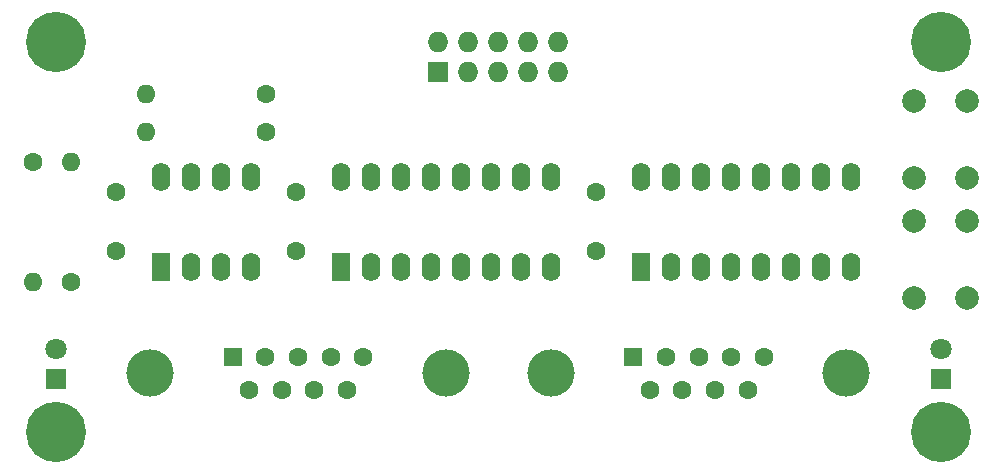
<source format=gbs>
%TF.GenerationSoftware,KiCad,Pcbnew,(5.1.8)-1*%
%TF.CreationDate,2021-02-13T02:57:26+01:00*%
%TF.ProjectId,Amiga Mouse Switch,416d6967-6120-44d6-9f75-736520537769,rev?*%
%TF.SameCoordinates,Original*%
%TF.FileFunction,Soldermask,Bot*%
%TF.FilePolarity,Negative*%
%FSLAX46Y46*%
G04 Gerber Fmt 4.6, Leading zero omitted, Abs format (unit mm)*
G04 Created by KiCad (PCBNEW (5.1.8)-1) date 2021-02-13 02:57:26*
%MOMM*%
%LPD*%
G01*
G04 APERTURE LIST*
%ADD10C,1.600000*%
%ADD11R,1.727200X1.727200*%
%ADD12O,1.727200X1.727200*%
%ADD13C,5.100000*%
%ADD14C,1.800000*%
%ADD15R,1.800000X1.800000*%
%ADD16C,4.000000*%
%ADD17R,1.600000X1.600000*%
%ADD18O,1.600000X1.600000*%
%ADD19O,1.600000X2.400000*%
%ADD20R,1.600000X2.400000*%
%ADD21C,2.000000*%
G04 APERTURE END LIST*
D10*
%TO.C,C3*%
X107315000Y-88265000D03*
X107315000Y-93265000D03*
%TD*%
D11*
%TO.C,J3*%
X134620000Y-78105000D03*
D12*
X137160000Y-78105000D03*
X139700000Y-78105000D03*
X142240000Y-78105000D03*
X144780000Y-78105000D03*
X134620000Y-75565000D03*
X137160000Y-75565000D03*
X139700000Y-75565000D03*
X142240000Y-75565000D03*
X144780000Y-75565000D03*
%TD*%
D13*
%TO.C,M1*%
X102235000Y-108585000D03*
%TD*%
%TO.C,M2*%
X177165000Y-75565000D03*
%TD*%
%TO.C,M3*%
X102235000Y-75565000D03*
%TD*%
%TO.C,M4*%
X177165000Y-108585000D03*
%TD*%
D10*
%TO.C,C1*%
X147955000Y-88265000D03*
X147955000Y-93265000D03*
%TD*%
%TO.C,C2*%
X122555000Y-93265000D03*
X122555000Y-88265000D03*
%TD*%
D14*
%TO.C,D1*%
X177165000Y-101600000D03*
D15*
X177165000Y-104140000D03*
%TD*%
%TO.C,D2*%
X102235000Y-104140000D03*
D14*
X102235000Y-101600000D03*
%TD*%
D16*
%TO.C,J1*%
X135240000Y-103655000D03*
X110240000Y-103655000D03*
D10*
X126895000Y-105075000D03*
X124125000Y-105075000D03*
X121355000Y-105075000D03*
X118585000Y-105075000D03*
X128280000Y-102235000D03*
X125510000Y-102235000D03*
X122740000Y-102235000D03*
X119970000Y-102235000D03*
D17*
X117200000Y-102235000D03*
%TD*%
%TO.C,J2*%
X151130000Y-102235000D03*
D10*
X153900000Y-102235000D03*
X156670000Y-102235000D03*
X159440000Y-102235000D03*
X162210000Y-102235000D03*
X152515000Y-105075000D03*
X155285000Y-105075000D03*
X158055000Y-105075000D03*
X160825000Y-105075000D03*
D16*
X144170000Y-103655000D03*
X169170000Y-103655000D03*
%TD*%
D18*
%TO.C,R1*%
X109855000Y-83185000D03*
D10*
X120015000Y-83185000D03*
%TD*%
%TO.C,R2*%
X120015000Y-80010000D03*
D18*
X109855000Y-80010000D03*
%TD*%
%TO.C,R3*%
X103505000Y-85725000D03*
D10*
X103505000Y-95885000D03*
%TD*%
%TO.C,R4*%
X100330000Y-85725000D03*
D18*
X100330000Y-95885000D03*
%TD*%
D19*
%TO.C,U1*%
X151765000Y-86995000D03*
X169545000Y-94615000D03*
X154305000Y-86995000D03*
X167005000Y-94615000D03*
X156845000Y-86995000D03*
X164465000Y-94615000D03*
X159385000Y-86995000D03*
X161925000Y-94615000D03*
X161925000Y-86995000D03*
X159385000Y-94615000D03*
X164465000Y-86995000D03*
X156845000Y-94615000D03*
X167005000Y-86995000D03*
X154305000Y-94615000D03*
X169545000Y-86995000D03*
D20*
X151765000Y-94615000D03*
%TD*%
%TO.C,U2*%
X126365000Y-94615000D03*
D19*
X144145000Y-86995000D03*
X128905000Y-94615000D03*
X141605000Y-86995000D03*
X131445000Y-94615000D03*
X139065000Y-86995000D03*
X133985000Y-94615000D03*
X136525000Y-86995000D03*
X136525000Y-94615000D03*
X133985000Y-86995000D03*
X139065000Y-94615000D03*
X131445000Y-86995000D03*
X141605000Y-94615000D03*
X128905000Y-86995000D03*
X144145000Y-94615000D03*
X126365000Y-86995000D03*
%TD*%
D20*
%TO.C,U3*%
X111125000Y-94615000D03*
D19*
X118745000Y-86995000D03*
X113665000Y-94615000D03*
X116205000Y-86995000D03*
X116205000Y-94615000D03*
X113665000Y-86995000D03*
X118745000Y-94615000D03*
X111125000Y-86995000D03*
%TD*%
D21*
%TO.C,SW1*%
X179415000Y-87070000D03*
X174915000Y-87070000D03*
X179415000Y-80570000D03*
X174915000Y-80570000D03*
%TD*%
%TO.C,SW2*%
X174915000Y-90730000D03*
X179415000Y-90730000D03*
X174915000Y-97230000D03*
X179415000Y-97230000D03*
%TD*%
M02*

</source>
